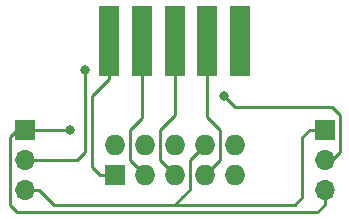
<source format=gtl>
G04 #@! TF.GenerationSoftware,KiCad,Pcbnew,(5.1.8)-1*
G04 #@! TF.CreationDate,2021-01-07T01:45:05+01:00*
G04 #@! TF.ProjectId,SMS Adapter,534d5320-4164-4617-9074-65722e6b6963,rev?*
G04 #@! TF.SameCoordinates,Original*
G04 #@! TF.FileFunction,Copper,L1,Top*
G04 #@! TF.FilePolarity,Positive*
%FSLAX46Y46*%
G04 Gerber Fmt 4.6, Leading zero omitted, Abs format (unit mm)*
G04 Created by KiCad (PCBNEW (5.1.8)-1) date 2021-01-07 01:45:05*
%MOMM*%
%LPD*%
G01*
G04 APERTURE LIST*
G04 #@! TA.AperFunction,SMDPad,CuDef*
%ADD10R,1.700000X6.000000*%
G04 #@! TD*
G04 #@! TA.AperFunction,ComponentPad*
%ADD11R,1.700000X1.700000*%
G04 #@! TD*
G04 #@! TA.AperFunction,ComponentPad*
%ADD12O,1.700000X1.700000*%
G04 #@! TD*
G04 #@! TA.AperFunction,ComponentPad*
%ADD13O,1.727200X1.727200*%
G04 #@! TD*
G04 #@! TA.AperFunction,ComponentPad*
%ADD14R,1.727200X1.727200*%
G04 #@! TD*
G04 #@! TA.AperFunction,ViaPad*
%ADD15C,0.800000*%
G04 #@! TD*
G04 #@! TA.AperFunction,Conductor*
%ADD16C,0.250000*%
G04 #@! TD*
G04 APERTURE END LIST*
D10*
X136684500Y-78168500D03*
X139454500Y-78168500D03*
X142224500Y-78168500D03*
X144994500Y-78168500D03*
X147764500Y-78168500D03*
D11*
X154940000Y-85725000D03*
D12*
X154940000Y-88265000D03*
X154940000Y-90805000D03*
D13*
X147320000Y-86995000D03*
X144780000Y-86995000D03*
X142240000Y-86995000D03*
X139700000Y-86995000D03*
X137160000Y-86995000D03*
X147320000Y-89535000D03*
X144780000Y-89535000D03*
X142240000Y-89535000D03*
X139700000Y-89535000D03*
D14*
X137160000Y-89535000D03*
D12*
X129540000Y-90805000D03*
X129540000Y-88265000D03*
D11*
X129540000Y-85725000D03*
D15*
X134620000Y-80645000D03*
X146379500Y-82879500D03*
X133350000Y-85725000D03*
D16*
X136684500Y-81418500D02*
X135255000Y-82848000D01*
X136684500Y-78168500D02*
X136684500Y-81418500D01*
X135255000Y-88900000D02*
X135890000Y-89535000D01*
X135255000Y-82848000D02*
X135255000Y-88900000D01*
X135890000Y-89535000D02*
X137160000Y-89535000D01*
X138430000Y-88265000D02*
X139700000Y-89535000D01*
X138430000Y-85725000D02*
X138430000Y-88265000D01*
X139454500Y-84700500D02*
X138430000Y-85725000D01*
X139454500Y-78168500D02*
X139454500Y-84700500D01*
X140970000Y-88265000D02*
X142240000Y-89535000D01*
X140970000Y-85725000D02*
X140970000Y-88265000D01*
X142224500Y-78168500D02*
X142224500Y-84470500D01*
X142224500Y-84470500D02*
X140970000Y-85725000D01*
X144994500Y-78168500D02*
X144994500Y-84669500D01*
X144994500Y-84669500D02*
X146050000Y-85725000D01*
X146050000Y-88265000D02*
X144780000Y-89535000D01*
X146050000Y-85725000D02*
X146050000Y-88265000D01*
X132080000Y-88265000D02*
X129540000Y-88265000D01*
X133985000Y-88265000D02*
X132080000Y-88265000D01*
X134620000Y-80645000D02*
X134620000Y-87630000D01*
X134620000Y-87630000D02*
X133985000Y-88265000D01*
X155575000Y-88265000D02*
X154940000Y-88265000D01*
X147320000Y-83820000D02*
X155575000Y-83820000D01*
X146379500Y-82879500D02*
X147320000Y-83820000D01*
X156210000Y-84455000D02*
X156210000Y-87630000D01*
X155575000Y-83820000D02*
X156210000Y-84455000D01*
X156210000Y-87630000D02*
X155575000Y-88265000D01*
X128905000Y-85725000D02*
X128270000Y-86360000D01*
X129540000Y-85725000D02*
X128905000Y-85725000D01*
X128270000Y-86360000D02*
X128270000Y-92075000D01*
X128270000Y-92075000D02*
X128905000Y-92710000D01*
X133350000Y-85725000D02*
X129540000Y-85725000D01*
X128905000Y-92710000D02*
X154305000Y-92710000D01*
X154305000Y-92710000D02*
X154940000Y-92075000D01*
X154940000Y-92075000D02*
X154940000Y-90805000D01*
X132012081Y-92075000D02*
X142240000Y-92075000D01*
X129540000Y-90805000D02*
X130742081Y-90805000D01*
X130742081Y-90805000D02*
X132012081Y-92075000D01*
X142240000Y-92075000D02*
X142875000Y-92075000D01*
X153670000Y-85725000D02*
X153035000Y-86360000D01*
X154940000Y-85725000D02*
X153670000Y-85725000D01*
X153035000Y-86360000D02*
X153035000Y-91440000D01*
X153035000Y-91440000D02*
X152400000Y-92075000D01*
X147320000Y-92075000D02*
X142875000Y-92075000D01*
X152400000Y-92075000D02*
X147320000Y-92075000D01*
X143510000Y-90805000D02*
X143510000Y-88265000D01*
X143510000Y-88265000D02*
X144780000Y-86995000D01*
X142875000Y-91440000D02*
X143510000Y-90805000D01*
X142875000Y-91440000D02*
X142240000Y-92075000D01*
M02*

</source>
